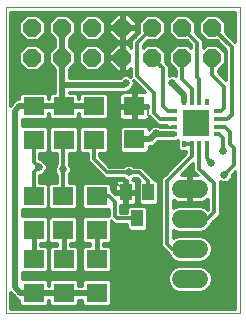
<source format=gtl>
G75*
%MOIN*%
%OFA0B0*%
%FSLAX25Y25*%
%IPPOS*%
%LPD*%
%AMOC8*
5,1,8,0,0,1.08239X$1,22.5*
%
%ADD10C,0.00000*%
%ADD11R,0.07087X0.06299*%
%ADD12C,0.06000*%
%ADD13OC8,0.06000*%
%ADD14R,0.07098X0.06299*%
%ADD15R,0.03937X0.05512*%
%ADD16R,0.01969X0.01181*%
%ADD17R,0.08858X0.08858*%
%ADD18R,0.01181X0.01969*%
%ADD19C,0.01000*%
%ADD20C,0.00600*%
%ADD21C,0.02578*%
%ADD22C,0.02000*%
%ADD23C,0.01400*%
%ADD24C,0.01200*%
%ADD25C,0.01600*%
D10*
X0006500Y0005500D02*
X0006500Y0107500D01*
X0084500Y0107500D01*
X0084500Y0005500D01*
X0006500Y0005500D01*
D11*
X0049250Y0063488D03*
X0049250Y0074512D03*
D12*
X0064750Y0047000D02*
X0070750Y0047000D01*
X0070750Y0037000D02*
X0064750Y0037000D01*
X0064750Y0027000D02*
X0070750Y0027000D01*
X0070750Y0017000D02*
X0064750Y0017000D01*
D13*
X0065250Y0090750D03*
X0065250Y0100750D03*
X0055250Y0100750D03*
X0055250Y0090750D03*
X0045250Y0090750D03*
X0045250Y0100750D03*
X0035250Y0100750D03*
X0035250Y0090750D03*
X0025250Y0090750D03*
X0025250Y0100750D03*
X0015250Y0100750D03*
X0015250Y0090750D03*
X0075250Y0090750D03*
X0075250Y0100750D03*
D14*
X0035750Y0074598D03*
X0035750Y0063402D03*
X0025750Y0063402D03*
X0025750Y0074598D03*
X0015750Y0074598D03*
X0015750Y0063402D03*
X0015750Y0044598D03*
X0015750Y0033402D03*
X0015750Y0023598D03*
X0015750Y0012402D03*
X0025750Y0012402D03*
X0025750Y0023598D03*
X0025500Y0033402D03*
X0025500Y0044598D03*
X0036750Y0044598D03*
X0036750Y0033402D03*
X0036750Y0023598D03*
X0036750Y0012402D03*
D15*
X0050250Y0037169D03*
X0046510Y0045831D03*
X0053990Y0045831D03*
D16*
X0062663Y0065161D03*
X0062663Y0067720D03*
X0062663Y0070280D03*
X0062663Y0072839D03*
X0076837Y0072839D03*
X0076837Y0070280D03*
X0076837Y0067720D03*
X0076837Y0065161D03*
D17*
X0069750Y0069000D03*
D18*
X0068470Y0076087D03*
X0071030Y0076087D03*
X0073589Y0076087D03*
X0065911Y0076087D03*
X0065911Y0061913D03*
X0068470Y0061913D03*
X0071030Y0061913D03*
X0073589Y0061913D03*
D19*
X0069030Y0055701D02*
X0069030Y0052892D01*
X0070422Y0051500D01*
X0068250Y0051500D01*
X0068250Y0047500D01*
X0067250Y0047500D01*
X0067250Y0051500D01*
X0064828Y0051500D01*
X0069030Y0055701D01*
X0069030Y0055426D02*
X0068754Y0055426D01*
X0069030Y0054427D02*
X0067755Y0054427D01*
X0066757Y0053429D02*
X0069030Y0053429D01*
X0069492Y0052430D02*
X0065758Y0052430D01*
X0067250Y0051432D02*
X0068250Y0051432D01*
X0068250Y0050433D02*
X0067250Y0050433D01*
X0067250Y0049434D02*
X0068250Y0049434D01*
X0068250Y0048436D02*
X0067250Y0048436D01*
X0067250Y0046500D02*
X0068250Y0046500D01*
X0068250Y0042500D01*
X0071104Y0042500D01*
X0071804Y0042611D01*
X0072477Y0042830D01*
X0073109Y0043151D01*
X0073682Y0043568D01*
X0073750Y0043636D01*
X0073750Y0040081D01*
X0073186Y0040645D01*
X0071605Y0041300D01*
X0063895Y0041300D01*
X0062314Y0040645D01*
X0062250Y0040581D01*
X0062250Y0043254D01*
X0062391Y0043151D01*
X0063023Y0042830D01*
X0063696Y0042611D01*
X0064396Y0042500D01*
X0067250Y0042500D01*
X0067250Y0046500D01*
X0067250Y0046439D02*
X0068250Y0046439D01*
X0068250Y0045440D02*
X0067250Y0045440D01*
X0067250Y0044442D02*
X0068250Y0044442D01*
X0068250Y0043443D02*
X0067250Y0043443D01*
X0062250Y0042445D02*
X0073750Y0042445D01*
X0073750Y0043443D02*
X0073511Y0043443D01*
X0073750Y0041446D02*
X0062250Y0041446D01*
X0058250Y0041446D02*
X0044650Y0041446D01*
X0044650Y0041575D02*
X0046026Y0041575D01*
X0046026Y0045346D01*
X0046994Y0045346D01*
X0046994Y0041575D01*
X0048676Y0041575D01*
X0049057Y0041677D01*
X0049399Y0041875D01*
X0049679Y0042154D01*
X0049876Y0042496D01*
X0049978Y0042877D01*
X0049978Y0045346D01*
X0046994Y0045346D01*
X0046994Y0046315D01*
X0046026Y0046315D01*
X0046026Y0050087D01*
X0044344Y0050087D01*
X0043962Y0049984D01*
X0043620Y0049787D01*
X0043341Y0049508D01*
X0043144Y0049166D01*
X0043041Y0048784D01*
X0043041Y0046315D01*
X0046026Y0046315D01*
X0046026Y0045346D01*
X0043041Y0045346D01*
X0043041Y0045146D01*
X0041689Y0046498D01*
X0041599Y0046498D01*
X0041599Y0048287D01*
X0040838Y0049048D01*
X0032662Y0049048D01*
X0031901Y0048287D01*
X0031901Y0040910D01*
X0032662Y0040149D01*
X0040838Y0040149D01*
X0040850Y0040161D01*
X0040850Y0037839D01*
X0040838Y0037851D01*
X0032662Y0037851D01*
X0031901Y0037090D01*
X0031901Y0029713D01*
X0032662Y0028952D01*
X0034650Y0028952D01*
X0034650Y0028048D01*
X0032662Y0028048D01*
X0031901Y0027287D01*
X0031901Y0019910D01*
X0032662Y0019149D01*
X0040838Y0019149D01*
X0041599Y0019910D01*
X0041599Y0027287D01*
X0040838Y0028048D01*
X0038850Y0028048D01*
X0038850Y0028952D01*
X0040838Y0028952D01*
X0041599Y0029713D01*
X0041599Y0036464D01*
X0041681Y0036382D01*
X0042794Y0035269D01*
X0046981Y0035269D01*
X0046981Y0033875D01*
X0047743Y0033113D01*
X0052757Y0033113D01*
X0053518Y0033875D01*
X0053518Y0040464D01*
X0052757Y0041225D01*
X0047743Y0041225D01*
X0046981Y0040464D01*
X0046981Y0039069D01*
X0044650Y0039069D01*
X0044650Y0041575D01*
X0044650Y0040448D02*
X0046981Y0040448D01*
X0046981Y0039449D02*
X0044650Y0039449D01*
X0046026Y0042445D02*
X0046994Y0042445D01*
X0046994Y0043443D02*
X0046026Y0043443D01*
X0046026Y0044442D02*
X0046994Y0044442D01*
X0046994Y0045440D02*
X0050722Y0045440D01*
X0050722Y0044442D02*
X0049978Y0044442D01*
X0049978Y0043443D02*
X0050722Y0043443D01*
X0050722Y0042536D02*
X0051483Y0041775D01*
X0056497Y0041775D01*
X0057259Y0042536D01*
X0057259Y0049125D01*
X0056497Y0049887D01*
X0055890Y0049887D01*
X0055890Y0050297D01*
X0054777Y0051410D01*
X0051787Y0054400D01*
X0049261Y0054400D01*
X0048967Y0054695D01*
X0048015Y0055089D01*
X0046985Y0055089D01*
X0046033Y0054695D01*
X0045739Y0054400D01*
X0041037Y0054400D01*
X0037650Y0057787D01*
X0037650Y0058952D01*
X0039838Y0058952D01*
X0040599Y0059713D01*
X0040599Y0067090D01*
X0039838Y0067851D01*
X0031662Y0067851D01*
X0030901Y0067090D01*
X0030901Y0059713D01*
X0031662Y0058952D01*
X0033850Y0058952D01*
X0033850Y0056213D01*
X0039463Y0050600D01*
X0045739Y0050600D01*
X0046033Y0050305D01*
X0046985Y0049911D01*
X0046994Y0049911D01*
X0046994Y0046315D01*
X0049978Y0046315D01*
X0049978Y0048784D01*
X0049876Y0049166D01*
X0049679Y0049508D01*
X0049399Y0049787D01*
X0049057Y0049984D01*
X0048676Y0050087D01*
X0048439Y0050087D01*
X0048967Y0050305D01*
X0049261Y0050600D01*
X0050213Y0050600D01*
X0051205Y0049608D01*
X0050722Y0049125D01*
X0050722Y0042536D01*
X0050813Y0042445D02*
X0049847Y0042445D01*
X0049978Y0046439D02*
X0050722Y0046439D01*
X0050722Y0047437D02*
X0049978Y0047437D01*
X0049978Y0048436D02*
X0050722Y0048436D01*
X0051031Y0049434D02*
X0049721Y0049434D01*
X0049094Y0050433D02*
X0050380Y0050433D01*
X0046994Y0049434D02*
X0046026Y0049434D01*
X0046026Y0048436D02*
X0046994Y0048436D01*
X0046994Y0047437D02*
X0046026Y0047437D01*
X0046026Y0046439D02*
X0046994Y0046439D01*
X0046026Y0045440D02*
X0042747Y0045440D01*
X0043041Y0046439D02*
X0041748Y0046439D01*
X0041599Y0047437D02*
X0043041Y0047437D01*
X0043041Y0048436D02*
X0041450Y0048436D01*
X0043299Y0049434D02*
X0027400Y0049434D01*
X0027400Y0049048D02*
X0027400Y0051739D01*
X0027695Y0052033D01*
X0028089Y0052985D01*
X0028089Y0054015D01*
X0027695Y0054967D01*
X0027400Y0055261D01*
X0027400Y0058952D01*
X0029838Y0058952D01*
X0030599Y0059713D01*
X0030599Y0067090D01*
X0029838Y0067851D01*
X0021662Y0067851D01*
X0020901Y0067090D01*
X0020901Y0059713D01*
X0021662Y0058952D01*
X0023600Y0058952D01*
X0023600Y0055261D01*
X0023305Y0054967D01*
X0022911Y0054015D01*
X0022911Y0052985D01*
X0023305Y0052033D01*
X0023600Y0051739D01*
X0023600Y0049048D01*
X0021412Y0049048D01*
X0020651Y0048287D01*
X0020651Y0040910D01*
X0021412Y0040149D01*
X0029588Y0040149D01*
X0030349Y0040910D01*
X0030349Y0048287D01*
X0029588Y0049048D01*
X0027400Y0049048D01*
X0027400Y0050433D02*
X0045906Y0050433D01*
X0045766Y0054427D02*
X0041010Y0054427D01*
X0040011Y0055426D02*
X0063097Y0055426D01*
X0064096Y0056424D02*
X0039013Y0056424D01*
X0038014Y0057423D02*
X0065094Y0057423D01*
X0066093Y0058421D02*
X0037650Y0058421D01*
X0040305Y0059420D02*
X0044787Y0059420D01*
X0044407Y0059800D02*
X0045168Y0059039D01*
X0053332Y0059039D01*
X0054093Y0059800D01*
X0054093Y0061188D01*
X0055441Y0061188D01*
X0056788Y0062535D01*
X0056788Y0062536D01*
X0057114Y0062861D01*
X0063616Y0062861D01*
X0064021Y0063266D01*
X0064021Y0062851D01*
X0063911Y0062742D01*
X0063911Y0061085D01*
X0064021Y0060976D01*
X0064021Y0060391D01*
X0064782Y0059629D01*
X0066470Y0059629D01*
X0066470Y0058799D01*
X0059422Y0051750D01*
X0058250Y0050578D01*
X0058250Y0027922D01*
X0060749Y0025422D01*
X0061105Y0024564D01*
X0062314Y0023355D01*
X0063895Y0022700D01*
X0071605Y0022700D01*
X0073186Y0023355D01*
X0074395Y0024564D01*
X0075050Y0026145D01*
X0075050Y0027855D01*
X0074395Y0029436D01*
X0073186Y0030645D01*
X0071605Y0031300D01*
X0063895Y0031300D01*
X0062314Y0030645D01*
X0062250Y0030581D01*
X0062250Y0033419D01*
X0062314Y0033355D01*
X0063895Y0032700D01*
X0071605Y0032700D01*
X0073186Y0033355D01*
X0074395Y0034564D01*
X0074751Y0035422D01*
X0075500Y0036172D01*
X0077750Y0038422D01*
X0077750Y0049589D01*
X0077783Y0049555D01*
X0078735Y0049161D01*
X0079765Y0049161D01*
X0080717Y0049555D01*
X0081445Y0050283D01*
X0081839Y0051235D01*
X0081839Y0051652D01*
X0083000Y0052813D01*
X0083000Y0007000D01*
X0008000Y0007000D01*
X0008000Y0012497D01*
X0009048Y0011449D01*
X0010396Y0010102D01*
X0010901Y0010102D01*
X0010901Y0008713D01*
X0011662Y0007952D01*
X0019838Y0007952D01*
X0020599Y0008713D01*
X0020599Y0010102D01*
X0020901Y0010102D01*
X0020901Y0008713D01*
X0021662Y0007952D01*
X0029838Y0007952D01*
X0030599Y0008713D01*
X0030599Y0010102D01*
X0031901Y0010102D01*
X0031901Y0008713D01*
X0032662Y0007952D01*
X0040838Y0007952D01*
X0041599Y0008713D01*
X0041599Y0016090D01*
X0040838Y0016851D01*
X0032662Y0016851D01*
X0031901Y0016090D01*
X0031901Y0014702D01*
X0030599Y0014702D01*
X0030599Y0016090D01*
X0029838Y0016851D01*
X0021662Y0016851D01*
X0020901Y0016090D01*
X0020901Y0014702D01*
X0020599Y0014702D01*
X0020599Y0016090D01*
X0019838Y0016851D01*
X0011800Y0016851D01*
X0011800Y0019149D01*
X0019838Y0019149D01*
X0020599Y0019910D01*
X0020599Y0027287D01*
X0019838Y0028048D01*
X0017850Y0028048D01*
X0017850Y0028952D01*
X0019838Y0028952D01*
X0020599Y0029713D01*
X0020599Y0037090D01*
X0019838Y0037851D01*
X0011800Y0037851D01*
X0011800Y0040149D01*
X0019838Y0040149D01*
X0020599Y0040910D01*
X0020599Y0048287D01*
X0019838Y0049048D01*
X0017650Y0049048D01*
X0017650Y0051661D01*
X0018015Y0051661D01*
X0018967Y0052055D01*
X0019695Y0052783D01*
X0020089Y0053735D01*
X0020089Y0054765D01*
X0019695Y0055717D01*
X0018967Y0056445D01*
X0018015Y0056839D01*
X0017650Y0056839D01*
X0017650Y0058952D01*
X0019838Y0058952D01*
X0020599Y0059713D01*
X0020599Y0067090D01*
X0019838Y0067851D01*
X0011800Y0067851D01*
X0011800Y0070149D01*
X0019838Y0070149D01*
X0020599Y0070910D01*
X0020599Y0072298D01*
X0020901Y0072298D01*
X0020901Y0070910D01*
X0021662Y0070149D01*
X0029838Y0070149D01*
X0030599Y0070910D01*
X0030599Y0072298D01*
X0030901Y0072298D01*
X0030901Y0070910D01*
X0031662Y0070149D01*
X0039838Y0070149D01*
X0040599Y0070910D01*
X0040599Y0078287D01*
X0039838Y0079048D01*
X0031662Y0079048D01*
X0030901Y0078287D01*
X0030901Y0076898D01*
X0030599Y0076898D01*
X0030599Y0078287D01*
X0029838Y0079048D01*
X0027550Y0079048D01*
X0027550Y0079200D01*
X0046703Y0079200D01*
X0047269Y0079766D01*
X0047967Y0080055D01*
X0048695Y0080783D01*
X0049089Y0081735D01*
X0049089Y0082765D01*
X0048864Y0083307D01*
X0053017Y0079154D01*
X0052991Y0079161D01*
X0049750Y0079161D01*
X0049750Y0075012D01*
X0048750Y0075012D01*
X0048750Y0079161D01*
X0045509Y0079161D01*
X0045128Y0079059D01*
X0044786Y0078862D01*
X0044506Y0078582D01*
X0044309Y0078240D01*
X0044207Y0077859D01*
X0044207Y0075012D01*
X0048750Y0075012D01*
X0048750Y0074012D01*
X0044207Y0074012D01*
X0044207Y0071165D01*
X0044309Y0070783D01*
X0044506Y0070441D01*
X0044786Y0070162D01*
X0045128Y0069964D01*
X0045509Y0069862D01*
X0048750Y0069862D01*
X0048750Y0074012D01*
X0049750Y0074012D01*
X0054000Y0074012D01*
X0054000Y0075012D01*
X0049750Y0075012D01*
X0049750Y0074012D01*
X0049750Y0069862D01*
X0052991Y0069862D01*
X0053372Y0069964D01*
X0053714Y0070162D01*
X0053994Y0070441D01*
X0054191Y0070783D01*
X0054286Y0071136D01*
X0055970Y0069451D01*
X0057142Y0068280D01*
X0060179Y0068280D01*
X0060179Y0067721D01*
X0062663Y0067721D01*
X0062663Y0067720D01*
X0060179Y0067720D01*
X0060179Y0067461D01*
X0058200Y0067461D01*
X0057967Y0067695D01*
X0057015Y0068089D01*
X0055985Y0068089D01*
X0055033Y0067695D01*
X0054305Y0066967D01*
X0054093Y0066455D01*
X0054093Y0067176D01*
X0053332Y0067938D01*
X0045168Y0067938D01*
X0044407Y0067176D01*
X0044407Y0059800D01*
X0044407Y0060418D02*
X0040599Y0060418D01*
X0040599Y0061417D02*
X0044407Y0061417D01*
X0044407Y0062415D02*
X0040599Y0062415D01*
X0040599Y0063414D02*
X0044407Y0063414D01*
X0044407Y0064412D02*
X0040599Y0064412D01*
X0040599Y0065411D02*
X0044407Y0065411D01*
X0044407Y0066409D02*
X0040599Y0066409D01*
X0040281Y0067408D02*
X0044638Y0067408D01*
X0044544Y0070403D02*
X0040092Y0070403D01*
X0040599Y0071402D02*
X0044207Y0071402D01*
X0044207Y0072400D02*
X0040599Y0072400D01*
X0040599Y0073399D02*
X0044207Y0073399D01*
X0044207Y0075396D02*
X0040599Y0075396D01*
X0040599Y0076394D02*
X0044207Y0076394D01*
X0044207Y0077393D02*
X0040599Y0077393D01*
X0040494Y0078391D02*
X0044396Y0078391D01*
X0046893Y0079390D02*
X0052782Y0079390D01*
X0051783Y0080388D02*
X0048300Y0080388D01*
X0048945Y0081387D02*
X0050785Y0081387D01*
X0049786Y0082385D02*
X0049089Y0082385D01*
X0048250Y0084161D02*
X0047967Y0084445D01*
X0047015Y0084839D01*
X0045985Y0084839D01*
X0045033Y0084445D01*
X0044389Y0083800D01*
X0027550Y0083800D01*
X0027550Y0086969D01*
X0029550Y0088969D01*
X0029550Y0092531D01*
X0027550Y0094531D01*
X0027550Y0096969D01*
X0029550Y0098969D01*
X0029550Y0102531D01*
X0027031Y0105050D01*
X0023469Y0105050D01*
X0020950Y0102531D01*
X0020950Y0098969D01*
X0022950Y0096969D01*
X0022950Y0094531D01*
X0020950Y0092531D01*
X0020950Y0088969D01*
X0022950Y0086969D01*
X0022950Y0079048D01*
X0021662Y0079048D01*
X0020901Y0078287D01*
X0020901Y0076898D01*
X0020599Y0076898D01*
X0020599Y0078287D01*
X0019838Y0079048D01*
X0011662Y0079048D01*
X0010901Y0078287D01*
X0010901Y0076800D01*
X0010047Y0076800D01*
X0008547Y0075300D01*
X0008000Y0074753D01*
X0008000Y0106000D01*
X0083000Y0106000D01*
X0083000Y0095828D01*
X0082578Y0096250D01*
X0079550Y0099278D01*
X0079550Y0102531D01*
X0077031Y0105050D01*
X0073469Y0105050D01*
X0070950Y0102531D01*
X0070950Y0098969D01*
X0073469Y0096450D01*
X0076722Y0096450D01*
X0079750Y0093422D01*
X0079750Y0083328D01*
X0077250Y0085828D01*
X0077250Y0086669D01*
X0079550Y0088969D01*
X0079550Y0092531D01*
X0077031Y0095050D01*
X0073469Y0095050D01*
X0072250Y0093831D01*
X0072250Y0096578D01*
X0071078Y0097750D01*
X0069550Y0099278D01*
X0069550Y0102531D01*
X0067031Y0105050D01*
X0063469Y0105050D01*
X0060950Y0102531D01*
X0060950Y0098969D01*
X0063469Y0096450D01*
X0066722Y0096450D01*
X0068250Y0094922D01*
X0068250Y0093831D01*
X0067031Y0095050D01*
X0063469Y0095050D01*
X0060950Y0092531D01*
X0060950Y0088969D01*
X0063250Y0086669D01*
X0063250Y0084535D01*
X0062515Y0084839D01*
X0061485Y0084839D01*
X0060750Y0084535D01*
X0060750Y0088078D01*
X0059578Y0089250D01*
X0059550Y0089278D01*
X0059550Y0092531D01*
X0057031Y0095050D01*
X0053469Y0095050D01*
X0052250Y0093831D01*
X0052250Y0094922D01*
X0053778Y0096450D01*
X0057031Y0096450D01*
X0059550Y0098969D01*
X0059550Y0102531D01*
X0057031Y0105050D01*
X0053469Y0105050D01*
X0050950Y0102531D01*
X0050950Y0099278D01*
X0049422Y0097750D01*
X0048250Y0096578D01*
X0048250Y0094114D01*
X0047114Y0095250D01*
X0045750Y0095250D01*
X0045750Y0091250D01*
X0044750Y0091250D01*
X0044750Y0095250D01*
X0043386Y0095250D01*
X0040750Y0092614D01*
X0040750Y0091250D01*
X0044750Y0091250D01*
X0044750Y0090250D01*
X0045750Y0090250D01*
X0045750Y0086250D01*
X0047114Y0086250D01*
X0048250Y0087386D01*
X0048250Y0084161D01*
X0048250Y0084382D02*
X0048029Y0084382D01*
X0048250Y0085381D02*
X0027550Y0085381D01*
X0027550Y0086379D02*
X0043257Y0086379D01*
X0043386Y0086250D02*
X0044750Y0086250D01*
X0044750Y0090250D01*
X0040750Y0090250D01*
X0040750Y0088886D01*
X0043386Y0086250D01*
X0044750Y0086379D02*
X0045750Y0086379D01*
X0045750Y0087378D02*
X0044750Y0087378D01*
X0044750Y0088376D02*
X0045750Y0088376D01*
X0045750Y0089375D02*
X0044750Y0089375D01*
X0044750Y0090373D02*
X0039550Y0090373D01*
X0039550Y0089375D02*
X0040750Y0089375D01*
X0041260Y0088376D02*
X0038958Y0088376D01*
X0039550Y0088969D02*
X0037031Y0086450D01*
X0033469Y0086450D01*
X0030950Y0088969D01*
X0030950Y0092531D01*
X0033469Y0095050D01*
X0037031Y0095050D01*
X0039550Y0092531D01*
X0039550Y0088969D01*
X0037959Y0087378D02*
X0042258Y0087378D01*
X0044971Y0084382D02*
X0027550Y0084382D01*
X0027959Y0087378D02*
X0032541Y0087378D01*
X0031542Y0088376D02*
X0028958Y0088376D01*
X0029550Y0089375D02*
X0030950Y0089375D01*
X0030950Y0090373D02*
X0029550Y0090373D01*
X0029550Y0091372D02*
X0030950Y0091372D01*
X0030950Y0092370D02*
X0029550Y0092370D01*
X0028712Y0093369D02*
X0031788Y0093369D01*
X0032786Y0094368D02*
X0027714Y0094368D01*
X0027550Y0095366D02*
X0048250Y0095366D01*
X0048250Y0094368D02*
X0047996Y0094368D01*
X0048250Y0096365D02*
X0047228Y0096365D01*
X0047114Y0096250D02*
X0049750Y0098886D01*
X0049750Y0100250D01*
X0045750Y0100250D01*
X0045750Y0101250D01*
X0049750Y0101250D01*
X0049750Y0102614D01*
X0047114Y0105250D01*
X0045750Y0105250D01*
X0045750Y0101250D01*
X0044750Y0101250D01*
X0044750Y0105250D01*
X0043386Y0105250D01*
X0040750Y0102614D01*
X0040750Y0101250D01*
X0044750Y0101250D01*
X0044750Y0100250D01*
X0045750Y0100250D01*
X0045750Y0096250D01*
X0047114Y0096250D01*
X0048227Y0097363D02*
X0049035Y0097363D01*
X0049226Y0098362D02*
X0050033Y0098362D01*
X0049750Y0099360D02*
X0050950Y0099360D01*
X0050950Y0100359D02*
X0045750Y0100359D01*
X0045750Y0101357D02*
X0044750Y0101357D01*
X0044750Y0100359D02*
X0039550Y0100359D01*
X0039550Y0101357D02*
X0040750Y0101357D01*
X0040750Y0102356D02*
X0039550Y0102356D01*
X0039550Y0102531D02*
X0037031Y0105050D01*
X0033469Y0105050D01*
X0030950Y0102531D01*
X0030950Y0098969D01*
X0033469Y0096450D01*
X0037031Y0096450D01*
X0039550Y0098969D01*
X0039550Y0102531D01*
X0038727Y0103354D02*
X0041490Y0103354D01*
X0042489Y0104353D02*
X0037728Y0104353D01*
X0040750Y0100250D02*
X0040750Y0098886D01*
X0043386Y0096250D01*
X0044750Y0096250D01*
X0044750Y0100250D01*
X0040750Y0100250D01*
X0040750Y0099360D02*
X0039550Y0099360D01*
X0038943Y0098362D02*
X0041274Y0098362D01*
X0042273Y0097363D02*
X0037944Y0097363D01*
X0037714Y0094368D02*
X0042504Y0094368D01*
X0041505Y0093369D02*
X0038712Y0093369D01*
X0039550Y0092370D02*
X0040750Y0092370D01*
X0040750Y0091372D02*
X0039550Y0091372D01*
X0043272Y0096365D02*
X0027550Y0096365D01*
X0027944Y0097363D02*
X0032556Y0097363D01*
X0031557Y0098362D02*
X0028943Y0098362D01*
X0029550Y0099360D02*
X0030950Y0099360D01*
X0030950Y0100359D02*
X0029550Y0100359D01*
X0029550Y0101357D02*
X0030950Y0101357D01*
X0030950Y0102356D02*
X0029550Y0102356D01*
X0028727Y0103354D02*
X0031773Y0103354D01*
X0032772Y0104353D02*
X0027728Y0104353D01*
X0022772Y0104353D02*
X0017728Y0104353D01*
X0017031Y0105050D02*
X0013469Y0105050D01*
X0010950Y0102531D01*
X0010950Y0098969D01*
X0013469Y0096450D01*
X0017031Y0096450D01*
X0019550Y0098969D01*
X0019550Y0102531D01*
X0017031Y0105050D01*
X0018727Y0103354D02*
X0021773Y0103354D01*
X0020950Y0102356D02*
X0019550Y0102356D01*
X0019550Y0101357D02*
X0020950Y0101357D01*
X0020950Y0100359D02*
X0019550Y0100359D01*
X0019550Y0099360D02*
X0020950Y0099360D01*
X0021557Y0098362D02*
X0018943Y0098362D01*
X0017944Y0097363D02*
X0022556Y0097363D01*
X0022950Y0096365D02*
X0008000Y0096365D01*
X0008000Y0097363D02*
X0012556Y0097363D01*
X0011557Y0098362D02*
X0008000Y0098362D01*
X0008000Y0099360D02*
X0010950Y0099360D01*
X0010950Y0100359D02*
X0008000Y0100359D01*
X0008000Y0101357D02*
X0010950Y0101357D01*
X0010950Y0102356D02*
X0008000Y0102356D01*
X0008000Y0103354D02*
X0011773Y0103354D01*
X0012772Y0104353D02*
X0008000Y0104353D01*
X0008000Y0105351D02*
X0083000Y0105351D01*
X0083000Y0104353D02*
X0077728Y0104353D01*
X0078727Y0103354D02*
X0083000Y0103354D01*
X0083000Y0102356D02*
X0079550Y0102356D01*
X0079550Y0101357D02*
X0083000Y0101357D01*
X0083000Y0100359D02*
X0079550Y0100359D01*
X0079550Y0099360D02*
X0083000Y0099360D01*
X0083000Y0098362D02*
X0080467Y0098362D01*
X0081465Y0097363D02*
X0083000Y0097363D01*
X0083000Y0096365D02*
X0082464Y0096365D01*
X0082578Y0096250D02*
X0082578Y0096250D01*
X0079750Y0093369D02*
X0078712Y0093369D01*
X0078804Y0094368D02*
X0077714Y0094368D01*
X0077806Y0095366D02*
X0072250Y0095366D01*
X0072250Y0094368D02*
X0072786Y0094368D01*
X0072250Y0096365D02*
X0076807Y0096365D01*
X0079550Y0092370D02*
X0079750Y0092370D01*
X0079750Y0091372D02*
X0079550Y0091372D01*
X0079550Y0090373D02*
X0079750Y0090373D01*
X0079750Y0089375D02*
X0079550Y0089375D01*
X0079750Y0088376D02*
X0078958Y0088376D01*
X0079750Y0087378D02*
X0077959Y0087378D01*
X0077250Y0086379D02*
X0079750Y0086379D01*
X0079750Y0085381D02*
X0077698Y0085381D01*
X0078696Y0084382D02*
X0079750Y0084382D01*
X0079750Y0083384D02*
X0079695Y0083384D01*
X0072556Y0097363D02*
X0071465Y0097363D01*
X0071557Y0098362D02*
X0070467Y0098362D01*
X0070950Y0099360D02*
X0069550Y0099360D01*
X0069550Y0100359D02*
X0070950Y0100359D01*
X0070950Y0101357D02*
X0069550Y0101357D01*
X0069550Y0102356D02*
X0070950Y0102356D01*
X0071773Y0103354D02*
X0068727Y0103354D01*
X0067728Y0104353D02*
X0072772Y0104353D01*
X0066807Y0096365D02*
X0053693Y0096365D01*
X0052694Y0095366D02*
X0067806Y0095366D01*
X0067714Y0094368D02*
X0068250Y0094368D01*
X0062786Y0094368D02*
X0057714Y0094368D01*
X0058712Y0093369D02*
X0061788Y0093369D01*
X0060950Y0092370D02*
X0059550Y0092370D01*
X0059550Y0091372D02*
X0060950Y0091372D01*
X0060950Y0090373D02*
X0059550Y0090373D01*
X0059550Y0089375D02*
X0060950Y0089375D01*
X0060452Y0088376D02*
X0061542Y0088376D01*
X0060750Y0087378D02*
X0062541Y0087378D01*
X0063250Y0086379D02*
X0060750Y0086379D01*
X0060750Y0085381D02*
X0063250Y0085381D01*
X0054000Y0074397D02*
X0049750Y0074397D01*
X0049750Y0073399D02*
X0048750Y0073399D01*
X0048750Y0074397D02*
X0040599Y0074397D01*
X0048750Y0075396D02*
X0049750Y0075396D01*
X0049750Y0076394D02*
X0048750Y0076394D01*
X0048750Y0077393D02*
X0049750Y0077393D01*
X0049750Y0078391D02*
X0048750Y0078391D01*
X0048750Y0072400D02*
X0049750Y0072400D01*
X0049750Y0071402D02*
X0048750Y0071402D01*
X0048750Y0070403D02*
X0049750Y0070403D01*
X0053956Y0070403D02*
X0055018Y0070403D01*
X0056017Y0069405D02*
X0011800Y0069405D01*
X0011800Y0068406D02*
X0057015Y0068406D01*
X0054746Y0067408D02*
X0053862Y0067408D01*
X0056668Y0062415D02*
X0063911Y0062415D01*
X0063911Y0061417D02*
X0055669Y0061417D01*
X0054093Y0060418D02*
X0064021Y0060418D01*
X0066470Y0059420D02*
X0053713Y0059420D01*
X0052758Y0053429D02*
X0061100Y0053429D01*
X0062099Y0054427D02*
X0049234Y0054427D01*
X0053757Y0052430D02*
X0060102Y0052430D01*
X0059103Y0051432D02*
X0054755Y0051432D01*
X0055754Y0050433D02*
X0058250Y0050433D01*
X0058250Y0049434D02*
X0056949Y0049434D01*
X0057259Y0048436D02*
X0058250Y0048436D01*
X0058250Y0047437D02*
X0057259Y0047437D01*
X0057259Y0046439D02*
X0058250Y0046439D01*
X0058250Y0045440D02*
X0057259Y0045440D01*
X0057259Y0044442D02*
X0058250Y0044442D01*
X0058250Y0043443D02*
X0057259Y0043443D01*
X0057167Y0042445D02*
X0058250Y0042445D01*
X0058250Y0040448D02*
X0053518Y0040448D01*
X0053518Y0039449D02*
X0058250Y0039449D01*
X0058250Y0038451D02*
X0053518Y0038451D01*
X0053518Y0037452D02*
X0058250Y0037452D01*
X0058250Y0036454D02*
X0053518Y0036454D01*
X0053518Y0035455D02*
X0058250Y0035455D01*
X0058250Y0034457D02*
X0053518Y0034457D01*
X0053102Y0033458D02*
X0058250Y0033458D01*
X0058250Y0032460D02*
X0041599Y0032460D01*
X0041599Y0033458D02*
X0047398Y0033458D01*
X0046981Y0034457D02*
X0041599Y0034457D01*
X0041599Y0035455D02*
X0042608Y0035455D01*
X0041609Y0036454D02*
X0041599Y0036454D01*
X0040850Y0038451D02*
X0011800Y0038451D01*
X0011800Y0039449D02*
X0040850Y0039449D01*
X0041599Y0031461D02*
X0058250Y0031461D01*
X0058250Y0030463D02*
X0041599Y0030463D01*
X0041350Y0029464D02*
X0058250Y0029464D01*
X0058250Y0028466D02*
X0038850Y0028466D01*
X0041418Y0027467D02*
X0058704Y0027467D01*
X0059703Y0026469D02*
X0041599Y0026469D01*
X0041599Y0025470D02*
X0060701Y0025470D01*
X0061197Y0024472D02*
X0041599Y0024472D01*
X0041599Y0023473D02*
X0062196Y0023473D01*
X0063895Y0021300D02*
X0062314Y0020645D01*
X0061105Y0019436D01*
X0060450Y0017855D01*
X0060450Y0016145D01*
X0061105Y0014564D01*
X0062314Y0013355D01*
X0063895Y0012700D01*
X0071605Y0012700D01*
X0073186Y0013355D01*
X0074395Y0014564D01*
X0075050Y0016145D01*
X0075050Y0017855D01*
X0074395Y0019436D01*
X0073186Y0020645D01*
X0071605Y0021300D01*
X0063895Y0021300D01*
X0062147Y0020478D02*
X0041599Y0020478D01*
X0041599Y0021476D02*
X0083000Y0021476D01*
X0083000Y0020478D02*
X0073353Y0020478D01*
X0074352Y0019479D02*
X0083000Y0019479D01*
X0083000Y0018481D02*
X0074791Y0018481D01*
X0075050Y0017482D02*
X0083000Y0017482D01*
X0083000Y0016484D02*
X0075050Y0016484D01*
X0074777Y0015485D02*
X0083000Y0015485D01*
X0083000Y0014487D02*
X0074318Y0014487D01*
X0073319Y0013488D02*
X0083000Y0013488D01*
X0083000Y0012490D02*
X0041599Y0012490D01*
X0041599Y0013488D02*
X0062181Y0013488D01*
X0061182Y0014487D02*
X0041599Y0014487D01*
X0041599Y0015485D02*
X0060723Y0015485D01*
X0060450Y0016484D02*
X0041205Y0016484D01*
X0041168Y0019479D02*
X0061148Y0019479D01*
X0060709Y0018481D02*
X0011800Y0018481D01*
X0011800Y0017482D02*
X0060450Y0017482D01*
X0062250Y0031461D02*
X0083000Y0031461D01*
X0083000Y0030463D02*
X0073368Y0030463D01*
X0074367Y0029464D02*
X0083000Y0029464D01*
X0083000Y0028466D02*
X0074797Y0028466D01*
X0075050Y0027467D02*
X0083000Y0027467D01*
X0083000Y0026469D02*
X0075050Y0026469D01*
X0074771Y0025470D02*
X0083000Y0025470D01*
X0083000Y0024472D02*
X0074303Y0024472D01*
X0073304Y0023473D02*
X0083000Y0023473D01*
X0083000Y0022475D02*
X0041599Y0022475D01*
X0034650Y0028466D02*
X0027850Y0028466D01*
X0027850Y0028048D02*
X0027850Y0028952D01*
X0029588Y0028952D01*
X0030349Y0029713D01*
X0030349Y0037090D01*
X0029588Y0037851D01*
X0021412Y0037851D01*
X0020651Y0037090D01*
X0020651Y0029713D01*
X0021412Y0028952D01*
X0023650Y0028952D01*
X0023650Y0028048D01*
X0021662Y0028048D01*
X0020901Y0027287D01*
X0020901Y0019910D01*
X0021662Y0019149D01*
X0029838Y0019149D01*
X0030599Y0019910D01*
X0030599Y0027287D01*
X0029838Y0028048D01*
X0027850Y0028048D01*
X0030418Y0027467D02*
X0032082Y0027467D01*
X0031901Y0026469D02*
X0030599Y0026469D01*
X0030599Y0025470D02*
X0031901Y0025470D01*
X0031901Y0024472D02*
X0030599Y0024472D01*
X0030599Y0023473D02*
X0031901Y0023473D01*
X0031901Y0022475D02*
X0030599Y0022475D01*
X0030599Y0021476D02*
X0031901Y0021476D01*
X0031901Y0020478D02*
X0030599Y0020478D01*
X0030168Y0019479D02*
X0032332Y0019479D01*
X0032295Y0016484D02*
X0030205Y0016484D01*
X0030599Y0015485D02*
X0031901Y0015485D01*
X0031901Y0009494D02*
X0030599Y0009494D01*
X0030381Y0008496D02*
X0032119Y0008496D01*
X0041381Y0008496D02*
X0083000Y0008496D01*
X0083000Y0009494D02*
X0041599Y0009494D01*
X0041599Y0010493D02*
X0083000Y0010493D01*
X0083000Y0011491D02*
X0041599Y0011491D01*
X0032150Y0029464D02*
X0030100Y0029464D01*
X0030349Y0030463D02*
X0031901Y0030463D01*
X0031901Y0031461D02*
X0030349Y0031461D01*
X0030349Y0032460D02*
X0031901Y0032460D01*
X0031901Y0033458D02*
X0030349Y0033458D01*
X0030349Y0034457D02*
X0031901Y0034457D01*
X0031901Y0035455D02*
X0030349Y0035455D01*
X0030349Y0036454D02*
X0031901Y0036454D01*
X0032263Y0037452D02*
X0029986Y0037452D01*
X0029887Y0040448D02*
X0032363Y0040448D01*
X0031901Y0041446D02*
X0030349Y0041446D01*
X0030349Y0042445D02*
X0031901Y0042445D01*
X0031901Y0043443D02*
X0030349Y0043443D01*
X0030349Y0044442D02*
X0031901Y0044442D01*
X0031901Y0045440D02*
X0030349Y0045440D01*
X0030349Y0046439D02*
X0031901Y0046439D01*
X0031901Y0047437D02*
X0030349Y0047437D01*
X0030200Y0048436D02*
X0032050Y0048436D01*
X0027400Y0051432D02*
X0038631Y0051432D01*
X0037633Y0052430D02*
X0027859Y0052430D01*
X0028089Y0053429D02*
X0036634Y0053429D01*
X0035636Y0054427D02*
X0027918Y0054427D01*
X0027400Y0055426D02*
X0034637Y0055426D01*
X0033850Y0056424D02*
X0027400Y0056424D01*
X0027400Y0057423D02*
X0033850Y0057423D01*
X0033850Y0058421D02*
X0027400Y0058421D01*
X0030305Y0059420D02*
X0031195Y0059420D01*
X0030901Y0060418D02*
X0030599Y0060418D01*
X0030599Y0061417D02*
X0030901Y0061417D01*
X0030901Y0062415D02*
X0030599Y0062415D01*
X0030599Y0063414D02*
X0030901Y0063414D01*
X0030901Y0064412D02*
X0030599Y0064412D01*
X0030599Y0065411D02*
X0030901Y0065411D01*
X0030901Y0066409D02*
X0030599Y0066409D01*
X0030281Y0067408D02*
X0031219Y0067408D01*
X0031408Y0070403D02*
X0030092Y0070403D01*
X0030599Y0071402D02*
X0030901Y0071402D01*
X0030901Y0077393D02*
X0030599Y0077393D01*
X0030494Y0078391D02*
X0031006Y0078391D01*
X0022950Y0079390D02*
X0008000Y0079390D01*
X0008000Y0080388D02*
X0022950Y0080388D01*
X0022950Y0081387D02*
X0008000Y0081387D01*
X0008000Y0082385D02*
X0022950Y0082385D01*
X0022950Y0083384D02*
X0008000Y0083384D01*
X0008000Y0084382D02*
X0022950Y0084382D01*
X0022950Y0085381D02*
X0008000Y0085381D01*
X0008000Y0086379D02*
X0022950Y0086379D01*
X0022541Y0087378D02*
X0017959Y0087378D01*
X0017031Y0086450D02*
X0019550Y0088969D01*
X0019550Y0092531D01*
X0017031Y0095050D01*
X0013469Y0095050D01*
X0010950Y0092531D01*
X0010950Y0088969D01*
X0013469Y0086450D01*
X0017031Y0086450D01*
X0018958Y0088376D02*
X0021542Y0088376D01*
X0020950Y0089375D02*
X0019550Y0089375D01*
X0019550Y0090373D02*
X0020950Y0090373D01*
X0020950Y0091372D02*
X0019550Y0091372D01*
X0019550Y0092370D02*
X0020950Y0092370D01*
X0021788Y0093369D02*
X0018712Y0093369D01*
X0017714Y0094368D02*
X0022786Y0094368D01*
X0022950Y0095366D02*
X0008000Y0095366D01*
X0008000Y0094368D02*
X0012786Y0094368D01*
X0011788Y0093369D02*
X0008000Y0093369D01*
X0008000Y0092370D02*
X0010950Y0092370D01*
X0010950Y0091372D02*
X0008000Y0091372D01*
X0008000Y0090373D02*
X0010950Y0090373D01*
X0010950Y0089375D02*
X0008000Y0089375D01*
X0008000Y0088376D02*
X0011542Y0088376D01*
X0012541Y0087378D02*
X0008000Y0087378D01*
X0008000Y0078391D02*
X0011006Y0078391D01*
X0010901Y0077393D02*
X0008000Y0077393D01*
X0008000Y0076394D02*
X0009642Y0076394D01*
X0008643Y0075396D02*
X0008000Y0075396D01*
X0020599Y0077393D02*
X0020901Y0077393D01*
X0021006Y0078391D02*
X0020494Y0078391D01*
X0020599Y0071402D02*
X0020901Y0071402D01*
X0021408Y0070403D02*
X0020092Y0070403D01*
X0020281Y0067408D02*
X0021219Y0067408D01*
X0020901Y0066409D02*
X0020599Y0066409D01*
X0020599Y0065411D02*
X0020901Y0065411D01*
X0020901Y0064412D02*
X0020599Y0064412D01*
X0020599Y0063414D02*
X0020901Y0063414D01*
X0020901Y0062415D02*
X0020599Y0062415D01*
X0020599Y0061417D02*
X0020901Y0061417D01*
X0020901Y0060418D02*
X0020599Y0060418D01*
X0020305Y0059420D02*
X0021195Y0059420D01*
X0023600Y0058421D02*
X0017650Y0058421D01*
X0017650Y0057423D02*
X0023600Y0057423D01*
X0023600Y0056424D02*
X0018987Y0056424D01*
X0019815Y0055426D02*
X0023600Y0055426D01*
X0023082Y0054427D02*
X0020089Y0054427D01*
X0019962Y0053429D02*
X0022911Y0053429D01*
X0023141Y0052430D02*
X0019341Y0052430D01*
X0017650Y0051432D02*
X0023600Y0051432D01*
X0023600Y0050433D02*
X0017650Y0050433D01*
X0017650Y0049434D02*
X0023600Y0049434D01*
X0020800Y0048436D02*
X0020450Y0048436D01*
X0020599Y0047437D02*
X0020651Y0047437D01*
X0020651Y0046439D02*
X0020599Y0046439D01*
X0020599Y0045440D02*
X0020651Y0045440D01*
X0020651Y0044442D02*
X0020599Y0044442D01*
X0020599Y0043443D02*
X0020651Y0043443D01*
X0020651Y0042445D02*
X0020599Y0042445D01*
X0020599Y0041446D02*
X0020651Y0041446D01*
X0021113Y0040448D02*
X0020137Y0040448D01*
X0020236Y0037452D02*
X0021013Y0037452D01*
X0020651Y0036454D02*
X0020599Y0036454D01*
X0020599Y0035455D02*
X0020651Y0035455D01*
X0020651Y0034457D02*
X0020599Y0034457D01*
X0020599Y0033458D02*
X0020651Y0033458D01*
X0020651Y0032460D02*
X0020599Y0032460D01*
X0020599Y0031461D02*
X0020651Y0031461D01*
X0020651Y0030463D02*
X0020599Y0030463D01*
X0020350Y0029464D02*
X0020900Y0029464D01*
X0021082Y0027467D02*
X0020418Y0027467D01*
X0020599Y0026469D02*
X0020901Y0026469D01*
X0020901Y0025470D02*
X0020599Y0025470D01*
X0020599Y0024472D02*
X0020901Y0024472D01*
X0020901Y0023473D02*
X0020599Y0023473D01*
X0020599Y0022475D02*
X0020901Y0022475D01*
X0020901Y0021476D02*
X0020599Y0021476D01*
X0020599Y0020478D02*
X0020901Y0020478D01*
X0021332Y0019479D02*
X0020168Y0019479D01*
X0020205Y0016484D02*
X0021295Y0016484D01*
X0020901Y0015485D02*
X0020599Y0015485D01*
X0020599Y0009494D02*
X0020901Y0009494D01*
X0021119Y0008496D02*
X0020381Y0008496D01*
X0011119Y0008496D02*
X0008000Y0008496D01*
X0008000Y0009494D02*
X0010901Y0009494D01*
X0010005Y0010493D02*
X0008000Y0010493D01*
X0008000Y0011491D02*
X0009006Y0011491D01*
X0008008Y0012490D02*
X0008000Y0012490D01*
X0008000Y0007497D02*
X0083000Y0007497D01*
X0083000Y0032460D02*
X0062250Y0032460D01*
X0073289Y0033458D02*
X0083000Y0033458D01*
X0083000Y0034457D02*
X0074288Y0034457D01*
X0074784Y0035455D02*
X0083000Y0035455D01*
X0083000Y0036454D02*
X0075782Y0036454D01*
X0076781Y0037452D02*
X0083000Y0037452D01*
X0083000Y0038451D02*
X0077750Y0038451D01*
X0077750Y0039449D02*
X0083000Y0039449D01*
X0083000Y0040448D02*
X0077750Y0040448D01*
X0077750Y0041446D02*
X0083000Y0041446D01*
X0083000Y0042445D02*
X0077750Y0042445D01*
X0077750Y0043443D02*
X0083000Y0043443D01*
X0083000Y0044442D02*
X0077750Y0044442D01*
X0077750Y0045440D02*
X0083000Y0045440D01*
X0083000Y0046439D02*
X0077750Y0046439D01*
X0077750Y0047437D02*
X0083000Y0047437D01*
X0083000Y0048436D02*
X0077750Y0048436D01*
X0077750Y0049434D02*
X0078075Y0049434D01*
X0080425Y0049434D02*
X0083000Y0049434D01*
X0083000Y0050433D02*
X0081507Y0050433D01*
X0081839Y0051432D02*
X0083000Y0051432D01*
X0083000Y0052430D02*
X0082617Y0052430D01*
X0073750Y0040448D02*
X0073383Y0040448D01*
X0048250Y0086379D02*
X0047243Y0086379D01*
X0048242Y0087378D02*
X0048250Y0087378D01*
X0045750Y0091372D02*
X0044750Y0091372D01*
X0044750Y0092370D02*
X0045750Y0092370D01*
X0045750Y0093369D02*
X0044750Y0093369D01*
X0044750Y0094368D02*
X0045750Y0094368D01*
X0045750Y0096365D02*
X0044750Y0096365D01*
X0044750Y0097363D02*
X0045750Y0097363D01*
X0045750Y0098362D02*
X0044750Y0098362D01*
X0044750Y0099360D02*
X0045750Y0099360D01*
X0045750Y0102356D02*
X0044750Y0102356D01*
X0044750Y0103354D02*
X0045750Y0103354D01*
X0045750Y0104353D02*
X0044750Y0104353D01*
X0048011Y0104353D02*
X0052772Y0104353D01*
X0051773Y0103354D02*
X0049010Y0103354D01*
X0049750Y0102356D02*
X0050950Y0102356D01*
X0050950Y0101357D02*
X0049750Y0101357D01*
X0052250Y0094368D02*
X0052786Y0094368D01*
X0057944Y0097363D02*
X0062556Y0097363D01*
X0061557Y0098362D02*
X0058943Y0098362D01*
X0059550Y0099360D02*
X0060950Y0099360D01*
X0060950Y0100359D02*
X0059550Y0100359D01*
X0059550Y0101357D02*
X0060950Y0101357D01*
X0060950Y0102356D02*
X0059550Y0102356D01*
X0058727Y0103354D02*
X0061773Y0103354D01*
X0062772Y0104353D02*
X0057728Y0104353D01*
X0023650Y0028466D02*
X0017850Y0028466D01*
D20*
X0034500Y0049750D02*
X0033500Y0050750D01*
X0033500Y0051500D01*
X0034500Y0049750D02*
X0042591Y0049750D01*
X0046510Y0045831D01*
X0057780Y0067720D02*
X0056250Y0069250D01*
X0054000Y0071500D01*
X0054000Y0073250D01*
X0052738Y0074512D01*
X0049250Y0074512D01*
X0057780Y0067720D02*
X0062663Y0067720D01*
D21*
X0056500Y0065500D03*
X0047500Y0052500D03*
X0033500Y0051500D03*
X0025500Y0053500D03*
X0017500Y0054250D03*
X0010500Y0081500D03*
X0042500Y0069500D03*
X0046500Y0082250D03*
X0062000Y0082250D03*
X0078750Y0059500D03*
X0075000Y0055750D03*
X0079250Y0051750D03*
X0079500Y0030500D03*
X0078250Y0012250D03*
X0051500Y0012500D03*
X0048500Y0028500D03*
D22*
X0036750Y0012402D02*
X0025750Y0012402D01*
X0015750Y0012402D01*
X0011348Y0012402D01*
X0009500Y0014250D01*
X0009500Y0073000D01*
X0011000Y0074500D01*
X0015652Y0074500D01*
X0015750Y0074598D01*
X0025750Y0074598D01*
X0025250Y0075098D01*
X0025250Y0081500D01*
X0045750Y0081500D01*
X0046500Y0082250D01*
X0035837Y0074512D02*
X0035750Y0074598D01*
X0025750Y0074598D01*
X0025250Y0081500D02*
X0025250Y0090750D01*
X0025250Y0100750D01*
X0049250Y0063488D02*
X0054488Y0063488D01*
X0056500Y0065500D01*
X0056839Y0065161D01*
X0062663Y0065161D01*
X0065911Y0076087D02*
X0065911Y0078339D01*
X0062000Y0082250D01*
X0025500Y0033402D02*
X0025750Y0033152D01*
D23*
X0057970Y0070280D02*
X0056000Y0072250D01*
X0056000Y0079000D01*
X0050250Y0084750D01*
X0050250Y0095750D01*
X0055250Y0100750D01*
X0055250Y0090750D02*
X0058750Y0087250D01*
X0058750Y0074500D01*
X0060411Y0072839D01*
X0062663Y0072839D01*
X0062663Y0070280D02*
X0057970Y0070280D01*
X0065911Y0061913D02*
X0068470Y0061913D01*
X0068470Y0057970D01*
X0060250Y0049750D01*
X0060250Y0028750D01*
X0062000Y0027000D01*
X0067750Y0027000D01*
X0067750Y0037000D02*
X0073500Y0037000D01*
X0075750Y0039250D01*
X0075750Y0049000D01*
X0071030Y0053720D01*
X0071030Y0061913D01*
X0076837Y0070280D02*
X0080280Y0070280D01*
X0081750Y0071750D01*
X0081750Y0094250D01*
X0075250Y0100750D01*
X0070250Y0095750D02*
X0070250Y0084250D01*
X0071030Y0083470D01*
X0071030Y0076087D01*
X0068500Y0076116D02*
X0068470Y0076087D01*
X0068500Y0076116D02*
X0068500Y0080250D01*
X0065250Y0083500D01*
X0065250Y0090750D01*
X0070250Y0095750D02*
X0065250Y0100750D01*
X0075250Y0090750D02*
X0075250Y0085000D01*
X0079250Y0081000D01*
X0079250Y0074000D01*
X0078089Y0072839D01*
X0076837Y0072839D01*
D24*
X0076837Y0067720D02*
X0079530Y0067720D01*
X0081250Y0066000D01*
X0081250Y0062000D01*
X0082500Y0060750D01*
X0082500Y0055000D01*
X0079250Y0051750D01*
X0075000Y0055750D02*
X0073500Y0057250D01*
X0073500Y0061825D01*
X0073589Y0061913D01*
X0076837Y0065161D02*
X0077589Y0065161D01*
X0078750Y0064000D01*
X0078750Y0059500D01*
X0053990Y0049510D02*
X0053990Y0045831D01*
X0053990Y0049510D02*
X0051000Y0052500D01*
X0047500Y0052500D01*
X0040250Y0052500D01*
X0035750Y0057000D01*
X0035750Y0063402D01*
X0025750Y0063402D02*
X0025500Y0063152D01*
X0025500Y0053500D01*
X0025500Y0044598D01*
X0017500Y0054250D02*
X0015750Y0052500D01*
X0015750Y0044598D01*
X0017500Y0054250D02*
X0015750Y0056000D01*
X0015750Y0063402D01*
X0036750Y0044598D02*
X0040902Y0044598D01*
X0042750Y0042750D01*
X0042750Y0038000D01*
X0043581Y0037169D01*
X0050250Y0037169D01*
D25*
X0036750Y0033402D02*
X0036750Y0023598D01*
X0025750Y0023598D02*
X0025750Y0033152D01*
X0015750Y0033402D02*
X0015750Y0023598D01*
M02*

</source>
